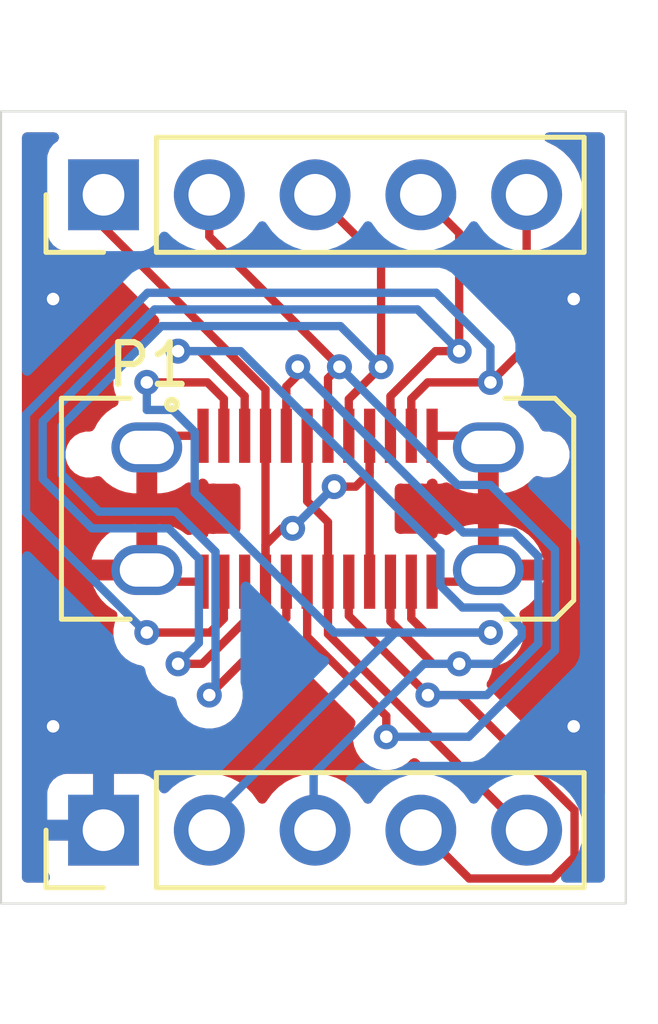
<source format=kicad_pcb>
(kicad_pcb (version 20241229) (generator "pcbnew") (generator_version "9.0")
  (layers (0 "F.Cu" signal) (2 "B.Cu" signal) (13 "F.Paste" user) (15 "B.Paste" user) (5 "F.SilkS" user "F.Silkscreen") (7 "B.SilkS" user "B.Silkscreen") (1 "F.Mask" user) (3 "B.Mask" user) (25 "Edge.Cuts" user))
  (net 0 "")
  (net 1 "/P06")
  (net 2 "/P02")
  (net 3 "/P05")
  (net 4 "/P03")
  (net 5 "/GND")
  (net 6 "/P10")
  (net 7 "/VBUS")
  (net 8 "/P11")
  (net 9 "/P08")
  (net 10 "/P07")
  (footprint "Connector_PinHeader_2.54mm:PinHeader_1x05_P2.54mm_Vertical" (layer "F.Cu") (at 2.46 17.24 90)
    (property "Reference" "J2" (hide yes))
    (property "Value" "Conn_01x05")
    (fp_line (start -1.38 -1.38) (end 0 -1.38) (stroke (width 0.12)) (layer "F.SilkS"))
    (fp_line (start -1.38 0) (end -1.38 -1.38) (stroke (width 0.12)) (layer "F.SilkS"))
    (fp_line (start 1.38 1.27) (end 1.38 11.54) (stroke (width 0.12)) (layer "F.SilkS"))
    (fp_line (start -1.38 1.27) (end 1.38 1.27) (stroke (width 0.12)) (layer "F.SilkS"))
    (fp_line (start -1.38 1.27) (end -1.38 11.54) (stroke (width 0.12)) (layer "F.SilkS"))
    (fp_line (start -1.38 11.54) (end 1.38 11.54) (stroke (width 0.12)) (layer "F.SilkS"))
    (pad "1" thru_hole rect (at 0 0 90) (size 1.7 1.7) (drill 1) (layers "*.Cu" "*.Mask") (net 5 "/GND"))
    (pad "2" thru_hole circle (at 0 2.54 90) (size 1.7 1.7) (drill 1) (layers "*.Cu" "*.Mask") (net 2 "/P02"))
    (pad "3" thru_hole circle (at 0 5.08 90) (size 1.7 1.7) (drill 1) (layers "*.Cu" "*.Mask") (net 4 "/P03"))
    (pad "4" thru_hole circle (at 0 7.62 90) (size 1.7 1.7) (drill 1) (layers "*.Cu" "*.Mask") (net 3 "/P05"))
    (pad "5" thru_hole circle (at 0 10.16 90) (size 1.7 1.7) (drill 1) (layers "*.Cu" "*.Mask") (net 1 "/P06"))
  )
  (footprint "Connector_PinHeader_2.54mm:PinHeader_1x05_P2.54mm_Vertical" (layer "F.Cu") (at 2.46 2 90)
    (property "Reference" "J3" (hide yes))
    (property "Value" "Conn_01x05")
    (fp_line (start -1.38 -1.38) (end 0 -1.38) (stroke (width 0.12)) (layer "F.SilkS"))
    (fp_line (start -1.38 0) (end -1.38 -1.38) (stroke (width 0.12)) (layer "F.SilkS"))
    (fp_line (start 1.38 1.27) (end 1.38 11.54) (stroke (width 0.12)) (layer "F.SilkS"))
    (fp_line (start -1.38 1.27) (end 1.38 1.27) (stroke (width 0.12)) (layer "F.SilkS"))
    (fp_line (start -1.38 1.27) (end -1.38 11.54) (stroke (width 0.12)) (layer "F.SilkS"))
    (fp_line (start -1.38 11.54) (end 1.38 11.54) (stroke (width 0.12)) (layer "F.SilkS"))
    (pad "1" thru_hole rect (at 0 0 90) (size 1.7 1.7) (drill 1) (layers "*.Cu" "*.Mask") (net 7 "/VBUS"))
    (pad "2" thru_hole circle (at 0 2.54 90) (size 1.7 1.7) (drill 1) (layers "*.Cu" "*.Mask") (net 10 "/P07"))
    (pad "3" thru_hole circle (at 0 5.08 90) (size 1.7 1.7) (drill 1) (layers "*.Cu" "*.Mask") (net 9 "/P08"))
    (pad "4" thru_hole circle (at 0 7.62 90) (size 1.7 1.7) (drill 1) (layers "*.Cu" "*.Mask") (net 6 "/P10"))
    (pad "5" thru_hole circle (at 0 10.16 90) (size 1.7 1.7) (drill 1) (layers "*.Cu" "*.Mask") (net 8 "/P11"))
  )
  (footprint "Connector_USB:USB_C_Receptacle_JAE_DX07S024WJ3R400" (layer "F.Cu") (at 7.6 9.53)
    (property "Reference" "P1" (at -4.05 -3.45 0) (layer "F.SilkS"))
    (property "Value" "USB_C_Receptacle")
    (fp_line (start -6.15 -2.65) (end -6.15 2.65) (stroke (width 0.12)) (layer "F.SilkS"))
    (fp_line (start -6.15 -2.65) (end -4.5 -2.65) (stroke (width 0.12)) (layer "F.SilkS"))
    (fp_line (start -6.15 2.65) (end -4.5 2.65) (stroke (width 0.12)) (layer "F.SilkS"))
    (fp_line (start 4.5 -2.65) (end 5.7 -2.65) (stroke (width 0.12)) (layer "F.SilkS"))
    (fp_line (start 4.5 2.65) (end 5.7 2.65) (stroke (width 0.12)) (layer "F.SilkS"))
    (fp_line (start 5.7 -2.65) (end 6.15 -2.2) (stroke (width 0.12)) (layer "F.SilkS"))
    (fp_line (start 5.7 2.65) (end 6.15 2.2) (stroke (width 0.12)) (layer "F.SilkS"))
    (fp_line (start 6.15 -2.2) (end 6.15 2.2) (stroke (width 0.12)) (layer "F.SilkS"))
    (fp_circle (center -3.5 -2.5) (end -3.388197 -2.5) (stroke (width 0.15)) (fill no) (layer "F.SilkS"))
    (pad "" np_thru_hole circle (at -5.5 -1.3) (size 0.6 0.6) (drill 0.6) (layers "*.Cu" "*.Mask"))
    (pad "" np_thru_hole circle (at 5.5 -1.3) (size 0.6 0.6) (drill 0.6) (layers "*.Cu" "*.Mask"))
    (pad "A1" smd rect (at -2.75 -1.75) (size 0.27 1.3) (layers "F.Cu" "F.Mask" "F.Paste") (net 5 "/GND"))
    (pad "A2" smd rect (at -2.25 -1.75) (size 0.27 1.3) (layers "F.Cu" "F.Mask" "F.Paste") (net 2 "/P02"))
    (pad "A3" smd rect (at -1.75 -1.75) (size 0.27 1.3) (layers "F.Cu" "F.Mask" "F.Paste") (net 4 "/P03"))
    (pad "A4" smd rect (at -1.25 -1.75) (size 0.27 1.3) (layers "F.Cu" "F.Mask" "F.Paste") (net 7 "/VBUS"))
    (pad "A5" smd rect (at -0.75 -1.75) (size 0.27 1.3) (layers "F.Cu" "F.Mask" "F.Paste") (net 3 "/P05"))
    (pad "A6" smd rect (at -0.25 -1.75) (size 0.27 1.3) (layers "F.Cu" "F.Mask" "F.Paste") (net 1 "/P06"))
    (pad "A7" smd rect (at 0.25 -1.75) (size 0.27 1.3) (layers "F.Cu" "F.Mask" "F.Paste") (net 10 "/P07"))
    (pad "A8" smd rect (at 0.75 -1.75) (size 0.27 1.3) (layers "F.Cu" "F.Mask" "F.Paste") (net 9 "/P08"))
    (pad "A9" smd rect (at 1.25 -1.75) (size 0.27 1.3) (layers "F.Cu" "F.Mask" "F.Paste") (net 7 "/VBUS"))
    (pad "A10" smd rect (at 1.75 -1.75) (size 0.27 1.3) (layers "F.Cu" "F.Mask" "F.Paste") (net 6 "/P10"))
    (pad "A11" smd rect (at 2.25 -1.75) (size 0.27 1.3) (layers "F.Cu" "F.Mask" "F.Paste") (net 8 "/P11"))
    (pad "A12" smd rect (at 2.75 -1.75) (size 0.27 1.3) (layers "F.Cu" "F.Mask" "F.Paste") (net 5 "/GND"))
    (pad "B1" smd rect (at 2.75 1.75) (size 0.27 1.3) (layers "F.Cu" "F.Mask" "F.Paste") (net 5 "/GND"))
    (pad "B2" smd rect (at 2.25 1.75) (size 0.27 1.3) (layers "F.Cu" "F.Mask" "F.Paste") (net 2 "/P02"))
    (pad "B3" smd rect (at 1.75 1.75) (size 0.27 1.3) (layers "F.Cu" "F.Mask" "F.Paste") (net 4 "/P03"))
    (pad "B4" smd rect (at 1.25 1.75) (size 0.27 1.3) (layers "F.Cu" "F.Mask" "F.Paste") (net 7 "/VBUS"))
    (pad "B5" smd rect (at 0.75 1.75) (size 0.27 1.3) (layers "F.Cu" "F.Mask" "F.Paste") (net 3 "/P05"))
    (pad "B6" smd rect (at 0.25 1.75) (size 0.27 1.3) (layers "F.Cu" "F.Mask" "F.Paste") (net 1 "/P06"))
    (pad "B7" smd rect (at -0.25 1.75) (size 0.27 1.3) (layers "F.Cu" "F.Mask" "F.Paste") (net 10 "/P07"))
    (pad "B8" smd rect (at -0.75 1.75) (size 0.27 1.3) (layers "F.Cu" "F.Mask" "F.Paste") (net 9 "/P08"))
    (pad "B9" smd rect (at -1.25 1.75) (size 0.27 1.3) (layers "F.Cu" "F.Mask" "F.Paste") (net 7 "/VBUS"))
    (pad "B10" smd rect (at -1.75 1.75) (size 0.27 1.3) (layers "F.Cu" "F.Mask" "F.Paste") (net 6 "/P10"))
    (pad "B11" smd rect (at -2.25 1.75) (size 0.27 1.3) (layers "F.Cu" "F.Mask" "F.Paste") (net 8 "/P11"))
    (pad "B12" smd rect (at -2.75 1.75) (size 0.27 1.3) (layers "F.Cu" "F.Mask" "F.Paste") (net 5 "/GND"))
    (pad "S1" thru_hole oval (at -4.1 -1.47 90) (size 1.2 1.7) (drill oval 0.8 1.3) (property pad_prop_heatsink) (layers "*.Cu" "*.Mask") (net 5 "/GND"))
    (pad "S1" thru_hole oval (at -4.1 1.47 90) (size 1.2 1.7) (drill oval 0.8 1.3) (property pad_prop_heatsink) (layers "*.Cu" "*.Mask") (net 5 "/GND"))
    (pad "S1" thru_hole oval (at 4.1 -1.47 90) (size 1.2 1.7) (drill oval 0.8 1.3) (property pad_prop_heatsink) (layers "*.Cu" "*.Mask") (net 5 "/GND"))
    (pad "S1" thru_hole oval (at 4.1 1.47 90) (size 1.2 1.7) (drill oval 0.8 1.3) (property pad_prop_heatsink) (layers "*.Cu" "*.Mask") (net 5 "/GND"))
  )
  (gr_rect (start 0 0) (end 15 19) (stroke (width 0.05)) (fill no) (layer "Edge.Cuts"))
  (segment (start 7.85 12.534314) (end 12.315686 17) (width 0.2) (layer "F.Cu") (net 1))
  (segment (start 7.35 7.78) (end 7.35 9.35) (width 0.2) (layer "F.Cu") (net 1))
  (segment (start 12.315686 17) (end 12.585 17) (width 0.2) (layer "F.Cu") (net 1))
  (segment (start 7.35 9.35) (end 7.85 9.85) (width 0.2) (layer "F.Cu") (net 1))
  (segment (start 7.85 9.85) (end 7.85 11.28) (width 0.2) (layer "F.Cu") (net 1))
  (segment (start 7.85 11.28) (end 7.85 12.534314) (width 0.2) (layer "F.Cu") (net 1))
  (segment (start 9.85 12.165) (end 10.185 12.5) (width 0.2) (layer "F.Cu") (net 2))
  (segment (start 5.35 6.895) (end 4.955 6.5) (width 0.2) (layer "F.Cu") (net 2))
  (segment (start 9.85 11.28) (end 9.85 12.165) (width 0.2) (layer "F.Cu") (net 2))
  (segment (start 5.35 7.78) (end 5.35 6.895) (width 0.2) (layer "F.Cu") (net 2))
  (segment (start 10.185 12.5) (end 11.75 12.5) (width 0.2) (layer "F.Cu") (net 2))
  (segment (start 4.955 6.5) (end 3.5 6.5) (width 0.2) (layer "F.Cu") (net 2))
  (via (at 11.75 12.5) (size 0.6) (drill 0.3) (layers "F.Cu" "B.Cu") (net 2))
  (via (at 3.5 6.5) (size 0.6) (drill 0.3) (layers "F.Cu" "B.Cu") (net 2))
  (segment (start 11.75 12.5) (end 9.465 12.5) (width 0.2) (layer "B.Cu") (net 2))
  (segment (start 4.65 9.15) (end 8 12.5) (width 0.2) (layer "B.Cu") (net 2))
  (segment (start 4.65 7.687208) (end 4.65 9.15) (width 0.2) (layer "B.Cu") (net 2))
  (segment (start 3.5 6.5) (end 3.5 7.16) (width 0.2) (layer "B.Cu") (net 2))
  (segment (start 3.5 7.16) (end 4.122792 7.16) (width 0.2) (layer "B.Cu") (net 2))
  (segment (start 9.465 12.5) (end 4.965 17) (width 0.2) (layer "B.Cu") (net 2))
  (segment (start 4.122792 7.16) (end 4.65 7.687208) (width 0.2) (layer "B.Cu") (net 2))
  (segment (start 8 12.5) (end 9.465 12.5) (width 0.2) (layer "B.Cu") (net 2))
  (segment (start 11.006346 14) (end 13.77 16.763654) (width 0.2) (layer "F.Cu") (net 3))
  (segment (start 13.77 16.763654) (end 13.77 17.88) (width 0.2) (layer "F.Cu") (net 3))
  (segment (start 7.125 6.325) (end 6.85 6.6) (width 0.2) (layer "F.Cu") (net 3))
  (segment (start 11.24 18.4) (end 10.08 17.24) (width 0.2) (layer "F.Cu") (net 3))
  (segment (start 7.125 6.125) (end 7.125 6.325) (width 0.2) (layer "F.Cu") (net 3))
  (segment (start 10.25 14) (end 11.006346 14) (width 0.2) (layer "F.Cu") (net 3))
  (segment (start 13.25 18.4) (end 11.24 18.4) (width 0.2) (layer "F.Cu") (net 3))
  (segment (start 13.77 17.88) (end 13.25 18.4) (width 0.2) (layer "F.Cu") (net 3))
  (segment (start 6.85 6.6) (end 6.85 7.78) (width 0.2) (layer "F.Cu") (net 3))
  (segment (start 8.35 12.1) (end 10.25 14) (width 0.2) (layer "F.Cu") (net 3))
  (segment (start 8.35 11.28) (end 8.35 12.1) (width 0.2) (layer "F.Cu") (net 3))
  (via (at 10.25 14) (size 0.6) (drill 0.3) (layers "F.Cu" "B.Cu") (net 3))
  (via (at 7.125 6.125) (size 0.6) (drill 0.3) (layers "F.Cu" "B.Cu") (net 3))
  (segment (start 12.322792 10.1) (end 12.9 10.677208) (width 0.2) (layer "B.Cu") (net 3))
  (segment (start 7.125 6.125) (end 11.1 10.1) (width 0.2) (layer "B.Cu") (net 3))
  (segment (start 12.9 12.764215) (end 11.664215 14) (width 0.2) (layer "B.Cu") (net 3))
  (segment (start 10.25 16.795) (end 10.045 17) (width 0.2) (layer "B.Cu") (net 3))
  (segment (start 11.664215 14) (end 10.25 14) (width 0.2) (layer "B.Cu") (net 3))
  (segment (start 12.9 10.677208) (end 12.9 12.764215) (width 0.2) (layer "B.Cu") (net 3))
  (segment (start 11.1 10.1) (end 12.322792 10.1) (width 0.2) (layer "B.Cu") (net 3))
  (segment (start 4.25 5.75) (end 4.770686 5.75) (width 0.2) (layer "F.Cu") (net 4))
  (segment (start 5.85 6.829314) (end 5.85 7.78) (width 0.2) (layer "F.Cu") (net 4))
  (segment (start 10.369314 13.25) (end 11 13.25) (width 0.2) (layer "F.Cu") (net 4))
  (segment (start 9.35 11.28) (end 9.35 12.230686) (width 0.2) (layer "F.Cu") (net 4))
  (segment (start 4.770686 5.75) (end 5.85 6.829314) (width 0.2) (layer "F.Cu") (net 4))
  (segment (start 9.35 12.230686) (end 10.369314 13.25) (width 0.2) (layer "F.Cu") (net 4))
  (via (at 4.25 5.75) (size 0.6) (drill 0.3) (layers "F.Cu" "B.Cu") (net 4))
  (via (at 11 13.25) (size 0.6) (drill 0.3) (layers "F.Cu" "B.Cu") (net 4))
  (segment (start 12.5 12.598529) (end 11.848529 13.25) (width 0.2) (layer "B.Cu") (net 4))
  (segment (start 10.55 11.372792) (end 11.077208 11.9) (width 0.2) (layer "B.Cu") (net 4))
  (segment (start 5.75 5.75) (end 10.55 10.55) (width 0.2) (layer "B.Cu") (net 4))
  (segment (start 12.5 12.401471) (end 12.5 12.598529) (width 0.2) (layer "B.Cu") (net 4))
  (segment (start 11 13.25) (end 10.151471 13.25) (width 0.2) (layer "B.Cu") (net 4))
  (segment (start 11.077208 11.9) (end 11.998529 11.9) (width 0.2) (layer "B.Cu") (net 4))
  (segment (start 11.998529 11.9) (end 12.5 12.401471) (width 0.2) (layer "B.Cu") (net 4))
  (segment (start 11.848529 13.25) (end 11 13.25) (width 0.2) (layer "B.Cu") (net 4))
  (segment (start 7.505 15.896471) (end 7.505 17) (width 0.2) (layer "B.Cu") (net 4))
  (segment (start 10.151471 13.25) (end 7.505 15.896471) (width 0.2) (layer "B.Cu") (net 4))
  (segment (start 4.25 5.75) (end 5.75 5.75) (width 0.2) (layer "B.Cu") (net 4))
  (segment (start 10.55 10.55) (end 10.55 11.372792) (width 0.2) (layer "B.Cu") (net 4))
  (segment (start 11.42 7.78) (end 11.7 8.06) (width 0.2) (layer "F.Cu") (net 5))
  (segment (start 10.35 11.28) (end 11.42 11.28) (width 0.2) (layer "F.Cu") (net 5))
  (segment (start 11.42 11.28) (end 11.7 11) (width 0.2) (layer "F.Cu") (net 5))
  (segment (start 10.35 7.78) (end 11.42 7.78) (width 0.2) (layer "F.Cu") (net 5))
  (segment (start 3.78 11.28) (end 3.5 11) (width 0.2) (layer "F.Cu") (net 5))
  (segment (start 4.85 11.28) (end 3.78 11.28) (width 0.2) (layer "F.Cu") (net 5))
  (segment (start 4.85 7.78) (end 3.78 7.78) (width 0.2) (layer "F.Cu") (net 5))
  (segment (start 3.78 7.78) (end 3.5 8.06) (width 0.2) (layer "F.Cu") (net 5))
  (via (at 1.25 14.75) (size 0.6) (drill 0.3) (layers "F.Cu" "B.Cu") (net 5))
  (via (at 13.75 14.75) (size 0.6) (drill 0.3) (layers "F.Cu" "B.Cu") (net 5))
  (via (at 13.75 4.5) (size 0.6) (drill 0.3) (layers "F.Cu" "B.Cu") (net 5))
  (via (at 1.25 4.5) (size 0.6) (drill 0.3) (layers "F.Cu" "B.Cu") (net 5))
  (segment (start 11 2.92) (end 11 5.75) (width 0.2) (layer "F.Cu") (net 6))
  (segment (start 9.35 7.78) (end 9.35 6.829314) (width 0.2) (layer "F.Cu") (net 6))
  (segment (start 4.830686 13.25) (end 4.25 13.25) (width 0.2) (layer "F.Cu") (net 6))
  (segment (start 10.08 2) (end 11 2.92) (width 0.2) (layer "F.Cu") (net 6))
  (segment (start 5.85 12.230686) (end 4.830686 13.25) (width 0.2) (layer "F.Cu") (net 6))
  (segment (start 5.85 11.28) (end 5.85 12.230686) (width 0.2) (layer "F.Cu") (net 6))
  (segment (start 9.35 6.829314) (end 10.429314 5.75) (width 0.2) (layer "F.Cu") (net 6))
  (segment (start 10.429314 5.75) (end 11 5.75) (width 0.2) (layer "F.Cu") (net 6))
  (via (at 4.25 13.25) (size 0.6) (drill 0.3) (layers "F.Cu" "B.Cu") (net 6))
  (via (at 11 5.75) (size 0.6) (drill 0.3) (layers "F.Cu" "B.Cu") (net 6))
  (segment (start 2.184314 10) (end 4.022792 10) (width 0.2) (layer "B.Cu") (net 6))
  (segment (start 1 8.815686) (end 2.184314 10) (width 0.2) (layer "B.Cu") (net 6))
  (segment (start 10 4.75) (end 3.684314 4.75) (width 0.2) (layer "B.Cu") (net 6))
  (segment (start 4.75 10.727208) (end 4.75 12.75) (width 0.2) (layer "B.Cu") (net 6))
  (segment (start 1 7.434314) (end 1 8.815686) (width 0.2) (layer "B.Cu") (net 6))
  (segment (start 4.022792 10) (end 4.75 10.727208) (width 0.2) (layer "B.Cu") (net 6))
  (segment (start 11 5.75) (end 10 4.75) (width 0.2) (layer "B.Cu") (net 6))
  (segment (start 4.75 12.75) (end 4.25 13.25) (width 0.2) (layer "B.Cu") (net 6))
  (segment (start 3.684314 4.75) (end 1 7.434314) (width 0.2) (layer "B.Cu") (net 6))
  (segment (start 8.85 11.28) (end 8.85 7.78) (width 0.2) (layer "F.Cu") (net 7))
  (segment (start 6.35 7.78) (end 6.35 6.665686) (width 0.2) (layer "F.Cu") (net 7))
  (segment (start 6.35 6.665686) (end 2.46 2.775686) (width 0.2) (layer "F.Cu") (net 7))
  (segment (start 8.515 9) (end 8.85 8.665) (width 0.2) (layer "F.Cu") (net 7))
  (segment (start 2.46 2.775686) (end 2.46 2) (width 0.2) (layer "F.Cu") (net 7))
  (segment (start 6.35 10.395) (end 6.745 10) (width 0.2) (layer "F.Cu") (net 7))
  (segment (start 8.85 8.665) (end 8.85 7.78) (width 0.2) (layer "F.Cu") (net 7))
  (segment (start 6.35 11.28) (end 6.35 10.395) (width 0.2) (layer "F.Cu") (net 7))
  (segment (start 6.745 10) (end 7 10) (width 0.2) (layer "F.Cu") (net 7))
  (segment (start 6.35 7.78) (end 6.35 11.28) (width 0.2) (layer "F.Cu") (net 7))
  (segment (start 8 9) (end 8.515 9) (width 0.2) (layer "F.Cu") (net 7))
  (via (at 8 9) (size 0.6) (drill 0.3) (layers "F.Cu" "B.Cu") (net 7))
  (via (at 7 10) (size 0.6) (drill 0.3) (layers "F.Cu" "B.Cu") (net 7))
  (segment (start 7 10) (end 8 9) (width 0.2) (layer "B.Cu") (net 7))
  (segment (start 12.62 5.63) (end 11.75 6.5) (width 0.2) (layer "F.Cu") (net 8))
  (segment (start 5.35 11.28) (end 5.35 12.165) (width 0.2) (layer "F.Cu") (net 8))
  (segment (start 10.245 6.5) (end 11.75 6.5) (width 0.2) (layer "F.Cu") (net 8))
  (segment (start 12.62 2) (end 12.62 5.63) (width 0.2) (layer "F.Cu") (net 8))
  (segment (start 9.85 7.78) (end 9.85 6.895) (width 0.2) (layer "F.Cu") (net 8))
  (segment (start 9.85 6.895) (end 10.245 6.5) (width 0.2) (layer "F.Cu") (net 8))
  (segment (start 5.35 12.165) (end 5.015 12.5) (width 0.2) (layer "F.Cu") (net 8))
  (segment (start 5.015 12.5) (end 3.5 12.5) (width 0.2) (layer "F.Cu") (net 8))
  (via (at 11.75 6.5) (size 0.6) (drill 0.3) (layers "F.Cu" "B.Cu") (net 8))
  (via (at 3.5 12.5) (size 0.6) (drill 0.3) (layers "F.Cu" "B.Cu") (net 8))
  (segment (start 11.75 5.651471) (end 10.448529 4.35) (width 0.2) (layer "B.Cu") (net 8))
  (segment (start 11.75 6.5) (end 11.75 5.651471) (width 0.2) (layer "B.Cu") (net 8))
  (segment (start 10.448529 4.35) (end 3.518628 4.35) (width 0.2) (layer "B.Cu") (net 8))
  (segment (start 0.6 7.268628) (end 0.6 9.622792) (width 0.2) (layer "B.Cu") (net 8))
  (segment (start 3.518628 4.35) (end 0.6 7.268628) (width 0.2) (layer "B.Cu") (net 8))
  (segment (start 0.6 9.622792) (end 3.477208 12.5) (width 0.2) (layer "B.Cu") (net 8))
  (segment (start 3.477208 12.5) (end 3.5 12.5) (width 0.2) (layer "B.Cu") (net 8))
  (segment (start 6.85 12.15) (end 5 14) (width 0.2) (layer "F.Cu") (net 9))
  (segment (start 9.125 3.585) (end 7.54 2) (width 0.2) (layer "F.Cu") (net 9))
  (segment (start 8.35 6.9) (end 8.35 7.78) (width 0.2) (layer "F.Cu") (net 9))
  (segment (start 9.125 6.125) (end 9.125 3.585) (width 0.2) (layer "F.Cu") (net 9))
  (segment (start 9.125 6.125) (end 8.35 6.9) (width 0.2) (layer "F.Cu") (net 9))
  (segment (start 6.85 11.28) (end 6.85 12.15) (width 0.2) (layer "F.Cu") (net 9))
  (via (at 5 14) (size 0.6) (drill 0.3) (layers "F.Cu" "B.Cu") (net 9))
  (via (at 9.125 6.125) (size 0.6) (drill 0.3) (layers "F.Cu" "B.Cu") (net 9))
  (segment (start 4.188478 9.6) (end 5.15 10.561522) (width 0.2) (layer "B.Cu") (net 9))
  (segment (start 5.15 13.85) (end 5 14) (width 0.2) (layer "B.Cu") (net 9))
  (segment (start 8.15 5.15) (end 3.85 5.15) (width 0.2) (layer "B.Cu") (net 9))
  (segment (start 3.85 5.15) (end 1.45 7.55) (width 0.2) (layer "B.Cu") (net 9))
  (segment (start 9.125 6.125) (end 8.15 5.15) (width 0.2) (layer "B.Cu") (net 9))
  (segment (start 2.35 9.6) (end 4.188478 9.6) (width 0.2) (layer "B.Cu") (net 9))
  (segment (start 5.15 10.561522) (end 5.15 13.85) (width 0.2) (layer "B.Cu") (net 9))
  (segment (start 1.45 8.7) (end 2.35 9.6) (width 0.2) (layer "B.Cu") (net 9))
  (segment (start 1.45 7.55) (end 1.45 8.7) (width 0.2) (layer "B.Cu") (net 9))
  (segment (start 5 3) (end 5 2) (width 0.2) (layer "F.Cu") (net 10))
  (segment (start 9.25 15) (end 9.25 14.5) (width 0.2) (layer "F.Cu") (net 10))
  (segment (start 8.125 6.125) (end 5 3) (width 0.2) (layer "F.Cu") (net 10))
  (segment (start 9.25 14.5) (end 7.35 12.6) (width 0.2) (layer "F.Cu") (net 10))
  (segment (start 8.125 6.125) (end 7.85 6.4) (width 0.2) (layer "F.Cu") (net 10))
  (segment (start 7.85 6.4) (end 7.85 7.78) (width 0.2) (layer "F.Cu") (net 10))
  (segment (start 7.35 12.6) (end 7.35 11.28) (width 0.2) (layer "F.Cu") (net 10))
  (via (at 8.125 6.125) (size 0.6) (drill 0.3) (layers "F.Cu" "B.Cu") (net 10))
  (via (at 9.25 15) (size 0.6) (drill 0.3) (layers "F.Cu" "B.Cu") (net 10))
  (segment (start 10.96 8.96) (end 11.748478 8.96) (width 0.2) (layer "B.Cu") (net 10))
  (segment (start 13.3 12.9299) (end 11.2299 15) (width 0.2) (layer "B.Cu") (net 10))
  (segment (start 11.748478 8.96) (end 13.3 10.511522) (width 0.2) (layer "B.Cu") (net 10))
  (segment (start 11.2299 15) (end 9.25 15) (width 0.2) (layer "B.Cu") (net 10))
  (segment (start 8.125 6.125) (end 10.96 8.96) (width 0.2) (layer "B.Cu") (net 10))
  (segment (start 13.3 10.511522) (end 13.3 12.9299) (width 0.2) (layer "B.Cu") (net 10))
  (zone (net 5) (net_name "/GND") (layer "F.Cu") (connect_pads (clearance 0.5)) (min_thickness 0.25) (fill yes (thermal_gap 0.5) (thermal_bridge_width 0.5) (island_removal_mode 2) (island_area_min 10))
    (polygon (pts (xy 0 0) (xy 0 19) (xy 15 19) (xy 15 0)))
  )
  (zone (net 5) (net_name "/GND") (layer "B.Cu") (priority 1) (connect_pads (clearance 0.5)) (min_thickness 0.25) (fill yes (thermal_gap 0.5) (thermal_bridge_width 0.5) (island_removal_mode 2) (island_area_min 10))
    (polygon (pts (xy 0 0) (xy 0 19) (xy 15 19) (xy 15 0)))
  )
)
</source>
